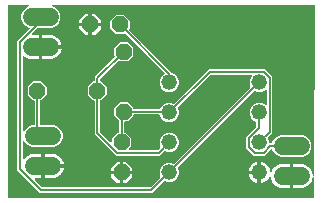
<source format=gbr>
G04 EAGLE Gerber RS-274X export*
G75*
%MOMM*%
%FSLAX34Y34*%
%LPD*%
%INBottom Copper*%
%IPPOS*%
%AMOC8*
5,1,8,0,0,1.08239X$1,22.5*%
G01*
%ADD10P,1.429621X8X202.500000*%
%ADD11P,1.429621X8X292.500000*%
%ADD12C,1.524000*%
%ADD13P,1.429621X8X112.500000*%
%ADD14C,1.320800*%
%ADD15C,0.152400*%

G36*
X269106Y10164D02*
X269106Y10164D01*
X269126Y10162D01*
X269227Y10184D01*
X269330Y10200D01*
X269347Y10210D01*
X269366Y10214D01*
X269456Y10267D01*
X269547Y10316D01*
X269561Y10330D01*
X269578Y10340D01*
X269645Y10419D01*
X269717Y10494D01*
X269725Y10512D01*
X269738Y10527D01*
X269776Y10623D01*
X269820Y10717D01*
X269822Y10736D01*
X269830Y10755D01*
X269848Y10921D01*
X269862Y27681D01*
X269860Y27696D01*
X269861Y27709D01*
X269852Y27752D01*
X269852Y27808D01*
X269832Y27865D01*
X269823Y27923D01*
X269793Y27980D01*
X269772Y28041D01*
X269736Y28088D01*
X269708Y28141D01*
X269661Y28185D01*
X269622Y28236D01*
X269573Y28269D01*
X269530Y28310D01*
X269471Y28338D01*
X269418Y28373D01*
X269361Y28389D01*
X269307Y28414D01*
X269243Y28421D01*
X269181Y28438D01*
X269121Y28435D01*
X269062Y28442D01*
X268999Y28428D01*
X268935Y28424D01*
X268880Y28402D01*
X268822Y28390D01*
X268767Y28357D01*
X268707Y28333D01*
X268662Y28294D01*
X268610Y28264D01*
X268569Y28215D01*
X268520Y28173D01*
X268489Y28122D01*
X268450Y28077D01*
X268426Y28017D01*
X268393Y27962D01*
X268374Y27893D01*
X268366Y27874D01*
X268365Y27865D01*
X268358Y27849D01*
X268356Y27824D01*
X268349Y27800D01*
X268131Y26421D01*
X267636Y24900D01*
X266910Y23475D01*
X265970Y22181D01*
X264839Y21050D01*
X263545Y20110D01*
X262120Y19384D01*
X260599Y18889D01*
X259020Y18639D01*
X252123Y18639D01*
X252123Y28038D01*
X252120Y28058D01*
X252122Y28077D01*
X252100Y28179D01*
X252083Y28281D01*
X252074Y28298D01*
X252070Y28318D01*
X252017Y28406D01*
X251968Y28498D01*
X251954Y28512D01*
X251944Y28529D01*
X251865Y28596D01*
X251790Y28667D01*
X251772Y28676D01*
X251757Y28689D01*
X251661Y28727D01*
X251567Y28771D01*
X251547Y28773D01*
X251529Y28781D01*
X251362Y28799D01*
X249838Y28799D01*
X249818Y28796D01*
X249799Y28798D01*
X249697Y28776D01*
X249595Y28759D01*
X249578Y28750D01*
X249558Y28746D01*
X249469Y28693D01*
X249378Y28644D01*
X249364Y28630D01*
X249347Y28620D01*
X249280Y28541D01*
X249209Y28466D01*
X249200Y28448D01*
X249187Y28433D01*
X249148Y28337D01*
X249105Y28243D01*
X249103Y28223D01*
X249095Y28205D01*
X249077Y28038D01*
X249077Y18639D01*
X242180Y18639D01*
X240601Y18889D01*
X239080Y19384D01*
X237655Y20110D01*
X236361Y21050D01*
X235230Y22181D01*
X234290Y23475D01*
X233564Y24900D01*
X233069Y26421D01*
X232844Y27843D01*
X232832Y27879D01*
X232829Y27917D01*
X232794Y27995D01*
X232767Y28076D01*
X232744Y28107D01*
X232729Y28142D01*
X232671Y28205D01*
X232619Y28273D01*
X232588Y28295D01*
X232562Y28323D01*
X232487Y28364D01*
X232417Y28413D01*
X232380Y28423D01*
X232347Y28441D01*
X232262Y28457D01*
X232180Y28480D01*
X232142Y28478D01*
X232105Y28485D01*
X232020Y28473D01*
X231934Y28469D01*
X231899Y28455D01*
X231861Y28449D01*
X231785Y28410D01*
X231705Y28379D01*
X231676Y28355D01*
X231642Y28338D01*
X231582Y28277D01*
X231516Y28222D01*
X231497Y28189D01*
X231470Y28162D01*
X231389Y28015D01*
X231204Y27568D01*
X230203Y26070D01*
X228930Y24797D01*
X227432Y23796D01*
X225767Y23107D01*
X224623Y22879D01*
X224623Y31138D01*
X224620Y31158D01*
X224622Y31177D01*
X224600Y31279D01*
X224583Y31381D01*
X224574Y31398D01*
X224570Y31418D01*
X224517Y31507D01*
X224468Y31598D01*
X224454Y31612D01*
X224444Y31629D01*
X224365Y31696D01*
X224290Y31767D01*
X224272Y31776D01*
X224257Y31789D01*
X224161Y31827D01*
X224067Y31871D01*
X224047Y31873D01*
X224029Y31881D01*
X223862Y31899D01*
X223099Y31899D01*
X223099Y31901D01*
X223862Y31901D01*
X223882Y31904D01*
X223901Y31902D01*
X224003Y31924D01*
X224105Y31941D01*
X224122Y31950D01*
X224142Y31954D01*
X224231Y32007D01*
X224322Y32056D01*
X224336Y32070D01*
X224353Y32080D01*
X224420Y32159D01*
X224491Y32234D01*
X224500Y32252D01*
X224513Y32267D01*
X224552Y32363D01*
X224595Y32457D01*
X224597Y32477D01*
X224605Y32495D01*
X224623Y32662D01*
X224623Y40921D01*
X225767Y40693D01*
X227432Y40004D01*
X228930Y39003D01*
X230203Y37730D01*
X231204Y36232D01*
X231893Y34567D01*
X232201Y33020D01*
X232242Y32911D01*
X232281Y32802D01*
X232285Y32796D01*
X232287Y32789D01*
X232360Y32700D01*
X232432Y32608D01*
X232438Y32604D01*
X232443Y32599D01*
X232541Y32537D01*
X232638Y32473D01*
X232645Y32471D01*
X232651Y32467D01*
X232763Y32440D01*
X232876Y32410D01*
X232883Y32411D01*
X232890Y32409D01*
X233005Y32419D01*
X233121Y32427D01*
X233128Y32430D01*
X233135Y32430D01*
X233241Y32477D01*
X233348Y32521D01*
X233354Y32526D01*
X233360Y32529D01*
X233447Y32607D01*
X233534Y32683D01*
X233539Y32690D01*
X233543Y32694D01*
X233553Y32711D01*
X233626Y32823D01*
X234290Y34125D01*
X235230Y35419D01*
X236361Y36550D01*
X237655Y37490D01*
X239080Y38216D01*
X240601Y38711D01*
X242180Y38961D01*
X249077Y38961D01*
X249077Y29562D01*
X249080Y29542D01*
X249078Y29523D01*
X249100Y29421D01*
X249117Y29319D01*
X249126Y29302D01*
X249130Y29282D01*
X249183Y29193D01*
X249232Y29102D01*
X249246Y29088D01*
X249256Y29071D01*
X249335Y29004D01*
X249410Y28933D01*
X249428Y28924D01*
X249443Y28911D01*
X249539Y28873D01*
X249633Y28829D01*
X249653Y28827D01*
X249671Y28819D01*
X249838Y28801D01*
X251362Y28801D01*
X251382Y28804D01*
X251401Y28802D01*
X251503Y28824D01*
X251605Y28841D01*
X251622Y28850D01*
X251642Y28854D01*
X251731Y28907D01*
X251822Y28956D01*
X251836Y28970D01*
X251853Y28980D01*
X251920Y29059D01*
X251991Y29134D01*
X252000Y29152D01*
X252013Y29167D01*
X252052Y29263D01*
X252095Y29357D01*
X252097Y29377D01*
X252105Y29395D01*
X252123Y29562D01*
X252123Y38961D01*
X259020Y38961D01*
X260599Y38711D01*
X262120Y38216D01*
X263545Y37490D01*
X264839Y36550D01*
X265970Y35419D01*
X266910Y34125D01*
X267636Y32700D01*
X268131Y31179D01*
X268351Y29788D01*
X268371Y29728D01*
X268381Y29665D01*
X268409Y29612D01*
X268428Y29554D01*
X268466Y29504D01*
X268496Y29447D01*
X268540Y29406D01*
X268576Y29358D01*
X268628Y29322D01*
X268674Y29278D01*
X268729Y29252D01*
X268778Y29218D01*
X268840Y29201D01*
X268897Y29174D01*
X268957Y29167D01*
X269015Y29151D01*
X269078Y29154D01*
X269142Y29147D01*
X269201Y29160D01*
X269261Y29162D01*
X269320Y29185D01*
X269382Y29199D01*
X269434Y29230D01*
X269490Y29252D01*
X269539Y29292D01*
X269593Y29325D01*
X269632Y29371D01*
X269679Y29409D01*
X269712Y29463D01*
X269753Y29512D01*
X269776Y29567D01*
X269807Y29619D01*
X269822Y29681D01*
X269845Y29740D01*
X269855Y29826D01*
X269863Y29859D01*
X269861Y29883D01*
X269864Y29906D01*
X269983Y173237D01*
X269979Y173257D01*
X269982Y173277D01*
X269960Y173378D01*
X269943Y173480D01*
X269934Y173497D01*
X269929Y173517D01*
X269876Y173606D01*
X269828Y173697D01*
X269814Y173711D01*
X269803Y173728D01*
X269725Y173795D01*
X269650Y173867D01*
X269632Y173875D01*
X269616Y173888D01*
X269520Y173927D01*
X269427Y173970D01*
X269407Y173973D01*
X269388Y173980D01*
X269221Y173999D01*
X48339Y173999D01*
X48243Y173983D01*
X48146Y173974D01*
X48122Y173963D01*
X48096Y173959D01*
X48010Y173913D01*
X47921Y173874D01*
X47902Y173856D01*
X47879Y173844D01*
X47811Y173773D01*
X47740Y173707D01*
X47727Y173684D01*
X47709Y173666D01*
X47668Y173577D01*
X47621Y173492D01*
X47617Y173466D01*
X47606Y173442D01*
X47595Y173346D01*
X47577Y173250D01*
X47581Y173224D01*
X47578Y173198D01*
X47599Y173103D01*
X47613Y173007D01*
X47625Y172983D01*
X47631Y172958D01*
X47681Y172874D01*
X47725Y172787D01*
X47743Y172769D01*
X47757Y172747D01*
X47831Y172683D01*
X47900Y172615D01*
X47929Y172599D01*
X47944Y172587D01*
X47974Y172574D01*
X48047Y172534D01*
X50900Y171353D01*
X53473Y168780D01*
X54865Y165419D01*
X54865Y161781D01*
X53473Y158420D01*
X50900Y155847D01*
X47539Y154455D01*
X36275Y154455D01*
X36185Y154441D01*
X36094Y154433D01*
X36064Y154421D01*
X36033Y154416D01*
X35952Y154373D01*
X35868Y154337D01*
X35836Y154311D01*
X35815Y154300D01*
X35793Y154277D01*
X35737Y154232D01*
X31165Y149660D01*
X31123Y149602D01*
X31074Y149550D01*
X31052Y149503D01*
X31021Y149461D01*
X31000Y149392D01*
X30970Y149327D01*
X30964Y149275D01*
X30949Y149225D01*
X30951Y149154D01*
X30943Y149083D01*
X30954Y149032D01*
X30955Y148980D01*
X30980Y148912D01*
X30995Y148842D01*
X31022Y148797D01*
X31040Y148749D01*
X31085Y148693D01*
X31121Y148631D01*
X31161Y148597D01*
X31194Y148557D01*
X31254Y148518D01*
X31308Y148471D01*
X31357Y148452D01*
X31400Y148424D01*
X31470Y148406D01*
X31536Y148379D01*
X31608Y148371D01*
X31639Y148363D01*
X31662Y148365D01*
X31703Y148361D01*
X36577Y148361D01*
X36577Y138962D01*
X36580Y138942D01*
X36578Y138923D01*
X36600Y138821D01*
X36617Y138719D01*
X36626Y138702D01*
X36630Y138682D01*
X36683Y138593D01*
X36732Y138502D01*
X36746Y138488D01*
X36756Y138471D01*
X36835Y138404D01*
X36910Y138333D01*
X36928Y138324D01*
X36943Y138311D01*
X37039Y138273D01*
X37133Y138229D01*
X37153Y138227D01*
X37171Y138219D01*
X37338Y138201D01*
X38101Y138201D01*
X38101Y138199D01*
X37338Y138199D01*
X37318Y138196D01*
X37299Y138198D01*
X37197Y138176D01*
X37095Y138159D01*
X37078Y138150D01*
X37058Y138146D01*
X36969Y138093D01*
X36878Y138044D01*
X36864Y138030D01*
X36847Y138020D01*
X36780Y137941D01*
X36709Y137866D01*
X36700Y137848D01*
X36687Y137833D01*
X36648Y137737D01*
X36605Y137643D01*
X36603Y137623D01*
X36595Y137605D01*
X36577Y137438D01*
X36577Y128039D01*
X29680Y128039D01*
X28101Y128289D01*
X26580Y128784D01*
X25155Y129510D01*
X24069Y130298D01*
X24059Y130304D01*
X24050Y130312D01*
X24034Y130319D01*
X24024Y130328D01*
X23959Y130354D01*
X23950Y130359D01*
X23850Y130409D01*
X23838Y130410D01*
X23827Y130415D01*
X23799Y130419D01*
X23796Y130420D01*
X23689Y130432D01*
X23606Y130443D01*
X23594Y130441D01*
X23583Y130443D01*
X23474Y130419D01*
X23364Y130399D01*
X23354Y130393D01*
X23342Y130390D01*
X23247Y130333D01*
X23149Y130279D01*
X23141Y130270D01*
X23131Y130264D01*
X23059Y130180D01*
X22984Y130097D01*
X22979Y130086D01*
X22971Y130077D01*
X22929Y129973D01*
X22894Y129892D01*
X22889Y129882D01*
X22889Y129881D01*
X22885Y129872D01*
X22884Y129860D01*
X22879Y129849D01*
X22861Y129682D01*
X22861Y67442D01*
X22876Y67346D01*
X22886Y67249D01*
X22896Y67225D01*
X22900Y67199D01*
X22946Y67113D01*
X22986Y67024D01*
X23003Y67005D01*
X23016Y66982D01*
X23086Y66915D01*
X23152Y66843D01*
X23175Y66830D01*
X23194Y66812D01*
X23282Y66771D01*
X23368Y66724D01*
X23393Y66720D01*
X23417Y66709D01*
X23514Y66698D01*
X23610Y66681D01*
X23636Y66684D01*
X23661Y66682D01*
X23757Y66702D01*
X23853Y66716D01*
X23876Y66728D01*
X23902Y66734D01*
X23985Y66784D01*
X24072Y66828D01*
X24091Y66847D01*
X24113Y66860D01*
X24176Y66934D01*
X24244Y67004D01*
X24260Y67032D01*
X24273Y67047D01*
X24285Y67078D01*
X24325Y67151D01*
X24627Y67880D01*
X27200Y70453D01*
X30561Y71845D01*
X32252Y71845D01*
X32272Y71848D01*
X32291Y71846D01*
X32393Y71868D01*
X32495Y71884D01*
X32512Y71894D01*
X32532Y71898D01*
X32621Y71951D01*
X32712Y72000D01*
X32726Y72014D01*
X32743Y72024D01*
X32810Y72103D01*
X32882Y72178D01*
X32890Y72196D01*
X32903Y72211D01*
X32942Y72307D01*
X32985Y72401D01*
X32987Y72421D01*
X32995Y72439D01*
X33013Y72606D01*
X33013Y92310D01*
X33010Y92330D01*
X33012Y92349D01*
X32990Y92451D01*
X32974Y92553D01*
X32964Y92570D01*
X32960Y92590D01*
X32907Y92679D01*
X32858Y92770D01*
X32844Y92784D01*
X32834Y92801D01*
X32755Y92868D01*
X32680Y92940D01*
X32662Y92948D01*
X32647Y92961D01*
X32551Y93000D01*
X32457Y93043D01*
X32437Y93045D01*
X32419Y93053D01*
X32252Y93071D01*
X31933Y93071D01*
X27171Y97833D01*
X27171Y104567D01*
X31933Y109329D01*
X38667Y109329D01*
X43429Y104567D01*
X43429Y97833D01*
X38667Y93071D01*
X38348Y93071D01*
X38328Y93068D01*
X38309Y93070D01*
X38207Y93048D01*
X38105Y93032D01*
X38088Y93022D01*
X38068Y93018D01*
X37979Y92965D01*
X37888Y92916D01*
X37874Y92902D01*
X37857Y92892D01*
X37790Y92813D01*
X37718Y92738D01*
X37710Y92720D01*
X37697Y92705D01*
X37658Y92609D01*
X37615Y92515D01*
X37613Y92495D01*
X37605Y92477D01*
X37587Y92310D01*
X37587Y72606D01*
X37590Y72586D01*
X37588Y72567D01*
X37610Y72465D01*
X37626Y72363D01*
X37636Y72346D01*
X37640Y72326D01*
X37693Y72237D01*
X37742Y72146D01*
X37756Y72132D01*
X37766Y72115D01*
X37845Y72048D01*
X37920Y71976D01*
X37938Y71968D01*
X37953Y71955D01*
X38049Y71916D01*
X38143Y71873D01*
X38163Y71871D01*
X38181Y71863D01*
X38348Y71845D01*
X49439Y71845D01*
X52800Y70453D01*
X55373Y67880D01*
X56765Y64519D01*
X56765Y60881D01*
X55373Y57520D01*
X52800Y54947D01*
X49439Y53555D01*
X30561Y53555D01*
X27200Y54947D01*
X24627Y57520D01*
X24325Y58249D01*
X24274Y58332D01*
X24228Y58418D01*
X24209Y58436D01*
X24196Y58459D01*
X24121Y58521D01*
X24050Y58588D01*
X24026Y58599D01*
X24006Y58615D01*
X23915Y58650D01*
X23827Y58691D01*
X23801Y58694D01*
X23777Y58704D01*
X23679Y58708D01*
X23583Y58718D01*
X23557Y58713D01*
X23531Y58714D01*
X23437Y58687D01*
X23342Y58666D01*
X23320Y58653D01*
X23295Y58645D01*
X23215Y58590D01*
X23131Y58540D01*
X23114Y58520D01*
X23093Y58505D01*
X23034Y58427D01*
X22971Y58353D01*
X22961Y58329D01*
X22946Y58308D01*
X22916Y58215D01*
X22879Y58125D01*
X22876Y58092D01*
X22870Y58074D01*
X22870Y58041D01*
X22861Y57958D01*
X22861Y43827D01*
X22862Y43819D01*
X22861Y43811D01*
X22882Y43698D01*
X22900Y43584D01*
X22904Y43577D01*
X22906Y43570D01*
X22962Y43469D01*
X23016Y43367D01*
X23021Y43362D01*
X23025Y43355D01*
X23110Y43277D01*
X23194Y43198D01*
X23201Y43194D01*
X23207Y43189D01*
X23313Y43143D01*
X23417Y43094D01*
X23425Y43093D01*
X23432Y43090D01*
X23547Y43080D01*
X23661Y43067D01*
X23669Y43069D01*
X23677Y43068D01*
X23790Y43095D01*
X23902Y43119D01*
X23909Y43123D01*
X23916Y43125D01*
X24015Y43187D01*
X24113Y43245D01*
X24118Y43251D01*
X24125Y43256D01*
X24238Y43380D01*
X24630Y43919D01*
X25761Y45050D01*
X27055Y45990D01*
X28480Y46716D01*
X30001Y47211D01*
X31580Y47461D01*
X38477Y47461D01*
X38477Y38062D01*
X38480Y38042D01*
X38478Y38023D01*
X38500Y37921D01*
X38517Y37819D01*
X38526Y37802D01*
X38530Y37782D01*
X38583Y37693D01*
X38632Y37602D01*
X38646Y37588D01*
X38656Y37571D01*
X38735Y37504D01*
X38810Y37433D01*
X38828Y37424D01*
X38843Y37411D01*
X38939Y37373D01*
X39033Y37329D01*
X39053Y37327D01*
X39071Y37319D01*
X39238Y37301D01*
X40001Y37301D01*
X40001Y37299D01*
X39238Y37299D01*
X39218Y37296D01*
X39199Y37298D01*
X39097Y37276D01*
X38995Y37259D01*
X38978Y37250D01*
X38958Y37246D01*
X38869Y37193D01*
X38778Y37144D01*
X38764Y37130D01*
X38747Y37120D01*
X38680Y37041D01*
X38609Y36966D01*
X38600Y36948D01*
X38587Y36933D01*
X38548Y36836D01*
X38505Y36743D01*
X38503Y36723D01*
X38495Y36705D01*
X38477Y36538D01*
X38477Y27139D01*
X33603Y27139D01*
X33532Y27128D01*
X33461Y27126D01*
X33412Y27108D01*
X33360Y27100D01*
X33297Y27066D01*
X33230Y27041D01*
X33189Y27009D01*
X33143Y26984D01*
X33094Y26932D01*
X33038Y26888D01*
X33010Y26844D01*
X32974Y26806D01*
X32944Y26741D01*
X32905Y26681D01*
X32892Y26630D01*
X32870Y26583D01*
X32862Y26512D01*
X32845Y26442D01*
X32849Y26390D01*
X32843Y26339D01*
X32858Y26268D01*
X32864Y26197D01*
X32884Y26149D01*
X32895Y26098D01*
X32932Y26037D01*
X32960Y25971D01*
X33005Y25915D01*
X33021Y25887D01*
X33039Y25872D01*
X33065Y25840D01*
X39485Y19420D01*
X39559Y19367D01*
X39628Y19307D01*
X39659Y19295D01*
X39685Y19276D01*
X39772Y19249D01*
X39857Y19215D01*
X39897Y19211D01*
X39920Y19204D01*
X39952Y19205D01*
X40023Y19197D01*
X130647Y19197D01*
X130738Y19211D01*
X130828Y19219D01*
X130858Y19231D01*
X130890Y19236D01*
X130971Y19279D01*
X131055Y19315D01*
X131087Y19341D01*
X131108Y19352D01*
X131130Y19375D01*
X131186Y19420D01*
X139372Y27606D01*
X139439Y27700D01*
X139510Y27794D01*
X139512Y27800D01*
X139515Y27805D01*
X139549Y27916D01*
X139586Y28028D01*
X139586Y28034D01*
X139588Y28040D01*
X139585Y28157D01*
X139583Y28274D01*
X139581Y28281D01*
X139581Y28286D01*
X139575Y28304D01*
X139537Y28435D01*
X138771Y30283D01*
X138771Y33517D01*
X140009Y36505D01*
X142295Y38791D01*
X145283Y40029D01*
X148517Y40029D01*
X150365Y39263D01*
X150478Y39237D01*
X150592Y39208D01*
X150598Y39209D01*
X150604Y39207D01*
X150721Y39218D01*
X150837Y39227D01*
X150843Y39230D01*
X150849Y39230D01*
X150957Y39278D01*
X151063Y39324D01*
X151069Y39328D01*
X151074Y39330D01*
X151088Y39343D01*
X151194Y39428D01*
X215572Y103806D01*
X215639Y103900D01*
X215710Y103994D01*
X215712Y104000D01*
X215715Y104005D01*
X215749Y104116D01*
X215786Y104228D01*
X215786Y104234D01*
X215788Y104240D01*
X215785Y104357D01*
X215783Y104474D01*
X215781Y104481D01*
X215781Y104486D01*
X215775Y104504D01*
X215737Y104635D01*
X214971Y106483D01*
X214971Y109717D01*
X216209Y112705D01*
X216908Y113404D01*
X216950Y113462D01*
X216999Y113514D01*
X217021Y113561D01*
X217052Y113603D01*
X217073Y113672D01*
X217103Y113737D01*
X217109Y113789D01*
X217124Y113839D01*
X217122Y113910D01*
X217130Y113981D01*
X217119Y114032D01*
X217118Y114084D01*
X217093Y114152D01*
X217078Y114222D01*
X217051Y114267D01*
X217033Y114315D01*
X216988Y114371D01*
X216951Y114433D01*
X216912Y114467D01*
X216879Y114507D01*
X216819Y114546D01*
X216765Y114593D01*
X216716Y114612D01*
X216672Y114640D01*
X216603Y114658D01*
X216536Y114685D01*
X216465Y114693D01*
X216434Y114701D01*
X216411Y114699D01*
X216370Y114703D01*
X182453Y114703D01*
X182362Y114689D01*
X182272Y114681D01*
X182242Y114669D01*
X182210Y114664D01*
X182129Y114621D01*
X182045Y114585D01*
X182013Y114559D01*
X181992Y114548D01*
X181970Y114525D01*
X181914Y114480D01*
X154428Y86994D01*
X154361Y86900D01*
X154290Y86806D01*
X154288Y86800D01*
X154285Y86795D01*
X154251Y86684D01*
X154214Y86572D01*
X154214Y86566D01*
X154212Y86560D01*
X154215Y86443D01*
X154217Y86326D01*
X154219Y86319D01*
X154219Y86314D01*
X154225Y86296D01*
X154263Y86165D01*
X155029Y84317D01*
X155029Y81083D01*
X153791Y78095D01*
X151505Y75809D01*
X148517Y74571D01*
X145283Y74571D01*
X142295Y75809D01*
X140009Y78095D01*
X138953Y80643D01*
X138892Y80743D01*
X138832Y80843D01*
X138827Y80847D01*
X138824Y80852D01*
X138733Y80927D01*
X138645Y81003D01*
X138639Y81005D01*
X138634Y81009D01*
X138526Y81051D01*
X138417Y81095D01*
X138409Y81096D01*
X138405Y81097D01*
X138386Y81098D01*
X138250Y81113D01*
X117290Y81113D01*
X117270Y81110D01*
X117251Y81112D01*
X117149Y81090D01*
X117047Y81074D01*
X117030Y81064D01*
X117010Y81060D01*
X116921Y81007D01*
X116830Y80958D01*
X116816Y80944D01*
X116799Y80934D01*
X116732Y80855D01*
X116660Y80780D01*
X116652Y80762D01*
X116639Y80747D01*
X116600Y80651D01*
X116557Y80557D01*
X116555Y80537D01*
X116547Y80519D01*
X116529Y80352D01*
X116529Y80033D01*
X111767Y75271D01*
X109648Y75271D01*
X109628Y75268D01*
X109609Y75270D01*
X109507Y75248D01*
X109405Y75232D01*
X109388Y75222D01*
X109368Y75218D01*
X109279Y75165D01*
X109188Y75116D01*
X109174Y75102D01*
X109157Y75092D01*
X109090Y75013D01*
X109018Y74938D01*
X109010Y74920D01*
X108997Y74905D01*
X108958Y74809D01*
X108915Y74715D01*
X108913Y74695D01*
X108905Y74677D01*
X108887Y74510D01*
X108887Y66290D01*
X108890Y66270D01*
X108888Y66251D01*
X108910Y66149D01*
X108926Y66047D01*
X108936Y66030D01*
X108940Y66010D01*
X108993Y65921D01*
X109042Y65830D01*
X109056Y65816D01*
X109066Y65799D01*
X109145Y65732D01*
X109220Y65660D01*
X109238Y65652D01*
X109253Y65639D01*
X109349Y65600D01*
X109443Y65557D01*
X109463Y65555D01*
X109481Y65547D01*
X109648Y65529D01*
X109967Y65529D01*
X114729Y60767D01*
X114729Y54033D01*
X112792Y52096D01*
X112750Y52038D01*
X112701Y51986D01*
X112679Y51939D01*
X112648Y51897D01*
X112627Y51828D01*
X112597Y51763D01*
X112591Y51711D01*
X112576Y51661D01*
X112578Y51590D01*
X112570Y51519D01*
X112581Y51468D01*
X112582Y51416D01*
X112607Y51348D01*
X112622Y51278D01*
X112649Y51233D01*
X112667Y51185D01*
X112712Y51129D01*
X112749Y51067D01*
X112788Y51033D01*
X112821Y50993D01*
X112881Y50954D01*
X112935Y50907D01*
X112984Y50888D01*
X113028Y50860D01*
X113097Y50842D01*
X113164Y50815D01*
X113235Y50807D01*
X113266Y50799D01*
X113289Y50801D01*
X113330Y50797D01*
X136847Y50797D01*
X136938Y50811D01*
X137028Y50819D01*
X137058Y50831D01*
X137090Y50836D01*
X137171Y50879D01*
X137255Y50915D01*
X137287Y50941D01*
X137308Y50952D01*
X137330Y50975D01*
X137386Y51020D01*
X139372Y53006D01*
X139439Y53100D01*
X139449Y53113D01*
X139460Y53124D01*
X139463Y53132D01*
X139510Y53194D01*
X139512Y53200D01*
X139515Y53205D01*
X139549Y53316D01*
X139550Y53320D01*
X139563Y53347D01*
X139565Y53365D01*
X139586Y53428D01*
X139586Y53434D01*
X139588Y53440D01*
X139585Y53543D01*
X139590Y53591D01*
X139584Y53620D01*
X139583Y53674D01*
X139581Y53681D01*
X139581Y53686D01*
X139575Y53704D01*
X139539Y53828D01*
X139538Y53832D01*
X139537Y53833D01*
X139537Y53835D01*
X138771Y55683D01*
X138771Y58917D01*
X140009Y61905D01*
X142295Y64191D01*
X145283Y65429D01*
X148517Y65429D01*
X151505Y64191D01*
X153791Y61905D01*
X155029Y58917D01*
X155029Y55683D01*
X153791Y52695D01*
X151505Y50409D01*
X148517Y49171D01*
X145283Y49171D01*
X143435Y49937D01*
X143322Y49963D01*
X143208Y49992D01*
X143202Y49991D01*
X143196Y49993D01*
X143079Y49982D01*
X142963Y49973D01*
X142957Y49970D01*
X142951Y49970D01*
X142843Y49922D01*
X142737Y49876D01*
X142731Y49872D01*
X142726Y49870D01*
X142712Y49857D01*
X142606Y49772D01*
X139057Y46223D01*
X101970Y46223D01*
X83813Y64380D01*
X83813Y92310D01*
X83810Y92330D01*
X83812Y92349D01*
X83790Y92451D01*
X83774Y92553D01*
X83764Y92570D01*
X83760Y92590D01*
X83707Y92679D01*
X83658Y92770D01*
X83644Y92784D01*
X83634Y92801D01*
X83555Y92868D01*
X83480Y92940D01*
X83462Y92948D01*
X83447Y92961D01*
X83351Y93000D01*
X83257Y93043D01*
X83237Y93045D01*
X83219Y93053D01*
X83052Y93071D01*
X82733Y93071D01*
X77971Y97833D01*
X77971Y104567D01*
X82733Y109329D01*
X83052Y109329D01*
X83072Y109332D01*
X83091Y109330D01*
X83193Y109352D01*
X83295Y109368D01*
X83312Y109378D01*
X83332Y109382D01*
X83421Y109435D01*
X83512Y109484D01*
X83526Y109498D01*
X83543Y109508D01*
X83610Y109587D01*
X83682Y109662D01*
X83690Y109680D01*
X83703Y109695D01*
X83742Y109791D01*
X83785Y109885D01*
X83787Y109905D01*
X83795Y109923D01*
X83813Y110090D01*
X83813Y112847D01*
X100497Y129531D01*
X100509Y129547D01*
X100524Y129559D01*
X100580Y129647D01*
X100640Y129731D01*
X100646Y129750D01*
X100657Y129766D01*
X100682Y129867D01*
X100713Y129966D01*
X100712Y129986D01*
X100717Y130005D01*
X100709Y130108D01*
X100706Y130211D01*
X100700Y130230D01*
X100698Y130250D01*
X100658Y130345D01*
X100622Y130443D01*
X100609Y130458D01*
X100602Y130476D01*
X100497Y130607D01*
X100271Y130833D01*
X100271Y137567D01*
X105033Y142329D01*
X111767Y142329D01*
X116529Y137567D01*
X116529Y130833D01*
X111767Y126071D01*
X105033Y126071D01*
X104807Y126297D01*
X104791Y126309D01*
X104779Y126324D01*
X104692Y126380D01*
X104608Y126440D01*
X104589Y126446D01*
X104572Y126457D01*
X104471Y126482D01*
X104373Y126513D01*
X104353Y126512D01*
X104333Y126517D01*
X104230Y126509D01*
X104127Y126506D01*
X104108Y126500D01*
X104088Y126498D01*
X103993Y126458D01*
X103896Y126422D01*
X103880Y126409D01*
X103862Y126402D01*
X103731Y126297D01*
X88610Y111176D01*
X88567Y111116D01*
X88527Y111074D01*
X88520Y111059D01*
X88497Y111032D01*
X88485Y111002D01*
X88466Y110976D01*
X88439Y110889D01*
X88430Y110865D01*
X88423Y110851D01*
X88423Y110848D01*
X88405Y110804D01*
X88401Y110763D01*
X88394Y110741D01*
X88395Y110709D01*
X88387Y110637D01*
X88387Y110090D01*
X88390Y110070D01*
X88388Y110051D01*
X88410Y109949D01*
X88426Y109847D01*
X88436Y109830D01*
X88440Y109810D01*
X88493Y109721D01*
X88542Y109630D01*
X88556Y109616D01*
X88566Y109599D01*
X88645Y109532D01*
X88720Y109460D01*
X88738Y109452D01*
X88753Y109439D01*
X88849Y109400D01*
X88943Y109357D01*
X88963Y109355D01*
X88981Y109347D01*
X89148Y109329D01*
X89467Y109329D01*
X94229Y104567D01*
X94229Y97833D01*
X89467Y93071D01*
X89148Y93071D01*
X89128Y93068D01*
X89109Y93070D01*
X89007Y93048D01*
X88905Y93032D01*
X88888Y93022D01*
X88868Y93018D01*
X88779Y92965D01*
X88688Y92916D01*
X88674Y92902D01*
X88657Y92892D01*
X88590Y92813D01*
X88518Y92738D01*
X88510Y92720D01*
X88497Y92705D01*
X88458Y92609D01*
X88415Y92515D01*
X88413Y92495D01*
X88405Y92477D01*
X88387Y92310D01*
X88387Y66590D01*
X88401Y66500D01*
X88409Y66409D01*
X88421Y66379D01*
X88426Y66347D01*
X88469Y66267D01*
X88505Y66183D01*
X88531Y66151D01*
X88542Y66130D01*
X88565Y66108D01*
X88610Y66052D01*
X97172Y57490D01*
X97230Y57448D01*
X97282Y57399D01*
X97329Y57377D01*
X97371Y57346D01*
X97440Y57325D01*
X97505Y57295D01*
X97557Y57289D01*
X97607Y57274D01*
X97678Y57276D01*
X97749Y57268D01*
X97800Y57279D01*
X97852Y57280D01*
X97920Y57305D01*
X97990Y57320D01*
X98035Y57347D01*
X98083Y57365D01*
X98139Y57410D01*
X98201Y57446D01*
X98235Y57486D01*
X98275Y57518D01*
X98314Y57579D01*
X98361Y57633D01*
X98380Y57682D01*
X98408Y57725D01*
X98426Y57795D01*
X98453Y57861D01*
X98461Y57933D01*
X98469Y57964D01*
X98467Y57987D01*
X98471Y58028D01*
X98471Y60767D01*
X103233Y65529D01*
X103552Y65529D01*
X103572Y65532D01*
X103591Y65530D01*
X103693Y65552D01*
X103795Y65568D01*
X103812Y65578D01*
X103832Y65582D01*
X103921Y65635D01*
X104012Y65684D01*
X104026Y65698D01*
X104043Y65708D01*
X104110Y65787D01*
X104182Y65862D01*
X104190Y65880D01*
X104203Y65895D01*
X104242Y65991D01*
X104285Y66085D01*
X104287Y66105D01*
X104295Y66123D01*
X104313Y66290D01*
X104313Y75676D01*
X104299Y75766D01*
X104291Y75857D01*
X104279Y75886D01*
X104274Y75918D01*
X104231Y75999D01*
X104195Y76083D01*
X104169Y76115D01*
X104158Y76136D01*
X104135Y76158D01*
X104090Y76214D01*
X100271Y80033D01*
X100271Y86767D01*
X105033Y91529D01*
X111767Y91529D01*
X116529Y86767D01*
X116529Y86448D01*
X116532Y86428D01*
X116530Y86409D01*
X116552Y86307D01*
X116568Y86205D01*
X116578Y86188D01*
X116582Y86168D01*
X116635Y86079D01*
X116684Y85988D01*
X116698Y85974D01*
X116708Y85957D01*
X116787Y85890D01*
X116862Y85818D01*
X116880Y85810D01*
X116895Y85797D01*
X116991Y85758D01*
X117085Y85715D01*
X117105Y85713D01*
X117123Y85705D01*
X117290Y85687D01*
X138830Y85687D01*
X138945Y85706D01*
X139061Y85723D01*
X139067Y85725D01*
X139073Y85726D01*
X139175Y85781D01*
X139280Y85834D01*
X139285Y85839D01*
X139290Y85842D01*
X139370Y85926D01*
X139452Y86010D01*
X139456Y86016D01*
X139460Y86020D01*
X139467Y86037D01*
X139533Y86157D01*
X140009Y87305D01*
X142295Y89591D01*
X145283Y90829D01*
X148517Y90829D01*
X150365Y90063D01*
X150478Y90037D01*
X150592Y90008D01*
X150598Y90009D01*
X150604Y90007D01*
X150721Y90018D01*
X150837Y90027D01*
X150843Y90030D01*
X150849Y90030D01*
X150957Y90078D01*
X151063Y90124D01*
X151069Y90128D01*
X151074Y90130D01*
X151088Y90143D01*
X151194Y90228D01*
X180243Y119277D01*
X227730Y119277D01*
X234277Y112730D01*
X234277Y65243D01*
X230628Y61594D01*
X230561Y61500D01*
X230490Y61406D01*
X230488Y61400D01*
X230485Y61395D01*
X230451Y61284D01*
X230414Y61172D01*
X230414Y61166D01*
X230412Y61160D01*
X230415Y61043D01*
X230417Y60926D01*
X230419Y60919D01*
X230419Y60914D01*
X230425Y60896D01*
X230463Y60765D01*
X231229Y58917D01*
X231229Y57248D01*
X231232Y57228D01*
X231230Y57209D01*
X231252Y57107D01*
X231268Y57005D01*
X231278Y56988D01*
X231282Y56968D01*
X231335Y56879D01*
X231384Y56788D01*
X231398Y56774D01*
X231408Y56757D01*
X231487Y56690D01*
X231562Y56618D01*
X231580Y56610D01*
X231595Y56597D01*
X231691Y56558D01*
X231785Y56515D01*
X231805Y56513D01*
X231823Y56505D01*
X231990Y56487D01*
X233520Y56487D01*
X233635Y56506D01*
X233751Y56523D01*
X233757Y56525D01*
X233763Y56526D01*
X233866Y56581D01*
X233971Y56634D01*
X233975Y56639D01*
X233980Y56642D01*
X234060Y56726D01*
X234143Y56810D01*
X234146Y56816D01*
X234150Y56820D01*
X234158Y56837D01*
X234224Y56957D01*
X235227Y59380D01*
X237800Y61953D01*
X241161Y63345D01*
X260039Y63345D01*
X263400Y61953D01*
X265973Y59380D01*
X267365Y56019D01*
X267365Y52381D01*
X265973Y49020D01*
X263400Y46447D01*
X260039Y45055D01*
X241161Y45055D01*
X237800Y46447D01*
X235227Y49020D01*
X234316Y51221D01*
X234292Y51260D01*
X234276Y51303D01*
X234227Y51364D01*
X234186Y51430D01*
X234151Y51459D01*
X234122Y51495D01*
X234057Y51537D01*
X233997Y51587D01*
X233954Y51603D01*
X233915Y51628D01*
X233840Y51647D01*
X233767Y51675D01*
X233721Y51677D01*
X233677Y51688D01*
X233599Y51682D01*
X233521Y51685D01*
X233477Y51673D01*
X233431Y51669D01*
X233360Y51639D01*
X233285Y51617D01*
X233247Y51591D01*
X233205Y51573D01*
X233099Y51487D01*
X233083Y51477D01*
X233080Y51473D01*
X233074Y51468D01*
X227730Y46123D01*
X218470Y46123D01*
X216908Y47686D01*
X213486Y51108D01*
X211923Y52670D01*
X211923Y61930D01*
X213486Y63492D01*
X220590Y70597D01*
X220643Y70671D01*
X220703Y70740D01*
X220715Y70770D01*
X220734Y70796D01*
X220761Y70883D01*
X220795Y70968D01*
X220799Y71009D01*
X220806Y71031D01*
X220805Y71064D01*
X220813Y71135D01*
X220813Y74340D01*
X220794Y74455D01*
X220777Y74571D01*
X220775Y74577D01*
X220774Y74583D01*
X220719Y74685D01*
X220666Y74790D01*
X220661Y74795D01*
X220658Y74800D01*
X220574Y74880D01*
X220490Y74963D01*
X220484Y74966D01*
X220480Y74970D01*
X220463Y74977D01*
X220343Y75043D01*
X218495Y75809D01*
X216209Y78095D01*
X214971Y81083D01*
X214971Y84317D01*
X216209Y87305D01*
X218495Y89591D01*
X221483Y90829D01*
X224717Y90829D01*
X227705Y89591D01*
X228404Y88892D01*
X228462Y88850D01*
X228514Y88801D01*
X228561Y88779D01*
X228603Y88748D01*
X228672Y88727D01*
X228737Y88697D01*
X228789Y88691D01*
X228839Y88676D01*
X228910Y88678D01*
X228981Y88670D01*
X229032Y88681D01*
X229084Y88682D01*
X229152Y88707D01*
X229222Y88722D01*
X229267Y88749D01*
X229315Y88767D01*
X229371Y88812D01*
X229433Y88849D01*
X229467Y88888D01*
X229507Y88921D01*
X229546Y88981D01*
X229593Y89035D01*
X229612Y89084D01*
X229640Y89128D01*
X229658Y89197D01*
X229685Y89264D01*
X229693Y89335D01*
X229701Y89366D01*
X229699Y89389D01*
X229703Y89430D01*
X229703Y101370D01*
X229692Y101440D01*
X229690Y101512D01*
X229672Y101561D01*
X229664Y101612D01*
X229630Y101676D01*
X229605Y101743D01*
X229573Y101784D01*
X229548Y101830D01*
X229496Y101879D01*
X229452Y101935D01*
X229408Y101963D01*
X229370Y101999D01*
X229305Y102029D01*
X229245Y102068D01*
X229194Y102081D01*
X229147Y102103D01*
X229076Y102111D01*
X229006Y102128D01*
X228954Y102124D01*
X228903Y102130D01*
X228832Y102115D01*
X228761Y102109D01*
X228713Y102089D01*
X228662Y102078D01*
X228601Y102041D01*
X228535Y102013D01*
X228479Y101968D01*
X228451Y101951D01*
X228436Y101934D01*
X228404Y101908D01*
X227705Y101209D01*
X224717Y99971D01*
X221483Y99971D01*
X219635Y100737D01*
X219522Y100763D01*
X219408Y100792D01*
X219402Y100791D01*
X219396Y100793D01*
X219279Y100782D01*
X219163Y100773D01*
X219157Y100770D01*
X219151Y100770D01*
X219043Y100722D01*
X218937Y100676D01*
X218931Y100672D01*
X218926Y100670D01*
X218912Y100657D01*
X218806Y100572D01*
X154428Y36194D01*
X154361Y36100D01*
X154290Y36006D01*
X154288Y36000D01*
X154285Y35995D01*
X154251Y35884D01*
X154214Y35772D01*
X154214Y35766D01*
X154212Y35760D01*
X154215Y35643D01*
X154217Y35526D01*
X154219Y35519D01*
X154219Y35514D01*
X154225Y35496D01*
X154263Y35365D01*
X155029Y33517D01*
X155029Y30283D01*
X153791Y27295D01*
X151505Y25009D01*
X148517Y23771D01*
X145283Y23771D01*
X143435Y24537D01*
X143322Y24563D01*
X143208Y24592D01*
X143202Y24591D01*
X143196Y24593D01*
X143079Y24582D01*
X142963Y24573D01*
X142957Y24570D01*
X142951Y24570D01*
X142843Y24522D01*
X142737Y24476D01*
X142731Y24472D01*
X142726Y24470D01*
X142712Y24457D01*
X142606Y24372D01*
X132857Y14623D01*
X37814Y14623D01*
X18287Y34150D01*
X18287Y143250D01*
X28443Y153406D01*
X28470Y153444D01*
X28504Y153475D01*
X28541Y153543D01*
X28587Y153606D01*
X28600Y153650D01*
X28622Y153690D01*
X28636Y153767D01*
X28659Y153841D01*
X28658Y153887D01*
X28666Y153932D01*
X28655Y154009D01*
X28653Y154087D01*
X28637Y154130D01*
X28630Y154175D01*
X28595Y154245D01*
X28568Y154318D01*
X28539Y154354D01*
X28519Y154395D01*
X28463Y154449D01*
X28414Y154510D01*
X28376Y154535D01*
X28343Y154567D01*
X28223Y154633D01*
X28208Y154643D01*
X28203Y154644D01*
X28196Y154648D01*
X25300Y155847D01*
X22727Y158420D01*
X21335Y161781D01*
X21335Y165419D01*
X22727Y168780D01*
X25300Y171353D01*
X28153Y172534D01*
X28236Y172586D01*
X28321Y172631D01*
X28339Y172650D01*
X28362Y172664D01*
X28424Y172739D01*
X28491Y172809D01*
X28502Y172833D01*
X28519Y172853D01*
X28553Y172944D01*
X28594Y173032D01*
X28597Y173058D01*
X28607Y173083D01*
X28611Y173180D01*
X28622Y173277D01*
X28616Y173302D01*
X28617Y173329D01*
X28590Y173422D01*
X28569Y173517D01*
X28556Y173540D01*
X28549Y173565D01*
X28493Y173645D01*
X28443Y173728D01*
X28423Y173745D01*
X28408Y173767D01*
X28330Y173825D01*
X28256Y173888D01*
X28232Y173898D01*
X28211Y173914D01*
X28118Y173944D01*
X28028Y173980D01*
X27996Y173984D01*
X27977Y173990D01*
X27944Y173990D01*
X27861Y173999D01*
X11065Y173999D01*
X11046Y173996D01*
X11026Y173998D01*
X10925Y173976D01*
X10823Y173959D01*
X10805Y173950D01*
X10786Y173946D01*
X10697Y173892D01*
X10605Y173844D01*
X10592Y173830D01*
X10575Y173820D01*
X10507Y173741D01*
X10436Y173666D01*
X10428Y173648D01*
X10415Y173633D01*
X10376Y173537D01*
X10332Y173442D01*
X10330Y173423D01*
X10323Y173405D01*
X10304Y173238D01*
X10170Y10923D01*
X10173Y10903D01*
X10171Y10883D01*
X10193Y10782D01*
X10209Y10680D01*
X10219Y10662D01*
X10223Y10642D01*
X10276Y10554D01*
X10324Y10462D01*
X10339Y10448D01*
X10349Y10431D01*
X10428Y10364D01*
X10502Y10293D01*
X10521Y10284D01*
X10536Y10271D01*
X10632Y10233D01*
X10725Y10189D01*
X10745Y10187D01*
X10764Y10179D01*
X10931Y10161D01*
X269087Y10161D01*
X269106Y10164D01*
G37*
%LPC*%
G36*
X145283Y99971D02*
X145283Y99971D01*
X142295Y101209D01*
X140009Y103495D01*
X138771Y106483D01*
X138771Y109717D01*
X140009Y112705D01*
X142295Y114991D01*
X142643Y115135D01*
X142682Y115159D01*
X142725Y115175D01*
X142786Y115224D01*
X142852Y115265D01*
X142881Y115300D01*
X142917Y115329D01*
X142959Y115394D01*
X143008Y115454D01*
X143025Y115497D01*
X143050Y115536D01*
X143069Y115611D01*
X143097Y115684D01*
X143099Y115730D01*
X143110Y115774D01*
X143104Y115852D01*
X143107Y115929D01*
X143094Y115974D01*
X143091Y116019D01*
X143060Y116091D01*
X143038Y116166D01*
X143012Y116203D01*
X142994Y116246D01*
X142909Y116352D01*
X142898Y116368D01*
X142894Y116371D01*
X142890Y116377D01*
X109969Y149297D01*
X109953Y149309D01*
X109941Y149324D01*
X109853Y149380D01*
X109769Y149440D01*
X109750Y149446D01*
X109734Y149457D01*
X109633Y149482D01*
X109534Y149513D01*
X109514Y149512D01*
X109495Y149517D01*
X109392Y149509D01*
X109288Y149506D01*
X109270Y149500D01*
X109250Y149498D01*
X109155Y149458D01*
X109057Y149422D01*
X109042Y149409D01*
X109024Y149402D01*
X108893Y149297D01*
X108667Y149071D01*
X101933Y149071D01*
X97171Y153833D01*
X97171Y160567D01*
X101933Y165329D01*
X108667Y165329D01*
X113429Y160567D01*
X113429Y153833D01*
X113203Y153607D01*
X113191Y153591D01*
X113176Y153579D01*
X113120Y153492D01*
X113060Y153408D01*
X113054Y153389D01*
X113043Y153372D01*
X113018Y153271D01*
X112987Y153173D01*
X112988Y153153D01*
X112983Y153133D01*
X112991Y153030D01*
X112994Y152927D01*
X113000Y152908D01*
X113002Y152888D01*
X113042Y152793D01*
X113078Y152696D01*
X113091Y152680D01*
X113098Y152662D01*
X113203Y152531D01*
X147624Y118110D01*
X149187Y116547D01*
X149187Y116460D01*
X149206Y116345D01*
X149223Y116229D01*
X149225Y116223D01*
X149226Y116217D01*
X149281Y116115D01*
X149334Y116010D01*
X149339Y116005D01*
X149342Y116000D01*
X149426Y115920D01*
X149510Y115837D01*
X149516Y115834D01*
X149520Y115830D01*
X149537Y115823D01*
X149657Y115757D01*
X151505Y114991D01*
X153791Y112705D01*
X155029Y109717D01*
X155029Y106483D01*
X153791Y103495D01*
X151505Y101209D01*
X148517Y99971D01*
X145283Y99971D01*
G37*
%LPD*%
%LPC*%
G36*
X39623Y139723D02*
X39623Y139723D01*
X39623Y148361D01*
X46520Y148361D01*
X48099Y148111D01*
X49620Y147616D01*
X51045Y146890D01*
X52339Y145950D01*
X53470Y144819D01*
X54410Y143525D01*
X55136Y142100D01*
X55631Y140579D01*
X55766Y139723D01*
X39623Y139723D01*
G37*
%LPD*%
%LPC*%
G36*
X41523Y38823D02*
X41523Y38823D01*
X41523Y47461D01*
X48420Y47461D01*
X49999Y47211D01*
X51520Y46716D01*
X52945Y45990D01*
X54239Y45050D01*
X55370Y43919D01*
X56310Y42625D01*
X57036Y41200D01*
X57531Y39679D01*
X57666Y38823D01*
X41523Y38823D01*
G37*
%LPD*%
%LPC*%
G36*
X39623Y128039D02*
X39623Y128039D01*
X39623Y136677D01*
X55766Y136677D01*
X55631Y135821D01*
X55136Y134300D01*
X54410Y132875D01*
X53470Y131581D01*
X52339Y130450D01*
X51045Y129510D01*
X49620Y128784D01*
X48099Y128289D01*
X46520Y128039D01*
X39623Y128039D01*
G37*
%LPD*%
%LPC*%
G36*
X41523Y27139D02*
X41523Y27139D01*
X41523Y35777D01*
X57666Y35777D01*
X57531Y34921D01*
X57036Y33400D01*
X56310Y31975D01*
X55370Y30681D01*
X54239Y29550D01*
X52945Y28610D01*
X51520Y27884D01*
X49999Y27389D01*
X48420Y27139D01*
X41523Y27139D01*
G37*
%LPD*%
%LPC*%
G36*
X81423Y158723D02*
X81423Y158723D01*
X81423Y166345D01*
X83688Y166345D01*
X89045Y160988D01*
X89045Y158723D01*
X81423Y158723D01*
G37*
%LPD*%
%LPC*%
G36*
X108123Y33523D02*
X108123Y33523D01*
X108123Y41145D01*
X110388Y41145D01*
X115745Y35788D01*
X115745Y33523D01*
X108123Y33523D01*
G37*
%LPD*%
%LPC*%
G36*
X70755Y158723D02*
X70755Y158723D01*
X70755Y160988D01*
X76112Y166345D01*
X78377Y166345D01*
X78377Y158723D01*
X70755Y158723D01*
G37*
%LPD*%
%LPC*%
G36*
X81423Y148055D02*
X81423Y148055D01*
X81423Y155677D01*
X89045Y155677D01*
X89045Y153412D01*
X83688Y148055D01*
X81423Y148055D01*
G37*
%LPD*%
%LPC*%
G36*
X97455Y33523D02*
X97455Y33523D01*
X97455Y35788D01*
X102812Y41145D01*
X105077Y41145D01*
X105077Y33523D01*
X97455Y33523D01*
G37*
%LPD*%
%LPC*%
G36*
X108123Y22855D02*
X108123Y22855D01*
X108123Y30477D01*
X115745Y30477D01*
X115745Y28212D01*
X110388Y22855D01*
X108123Y22855D01*
G37*
%LPD*%
%LPC*%
G36*
X102812Y22855D02*
X102812Y22855D01*
X97455Y28212D01*
X97455Y30477D01*
X105077Y30477D01*
X105077Y22855D01*
X102812Y22855D01*
G37*
%LPD*%
%LPC*%
G36*
X76112Y148055D02*
X76112Y148055D01*
X70755Y153412D01*
X70755Y155677D01*
X78377Y155677D01*
X78377Y148055D01*
X76112Y148055D01*
G37*
%LPD*%
%LPC*%
G36*
X214079Y33423D02*
X214079Y33423D01*
X214307Y34567D01*
X214996Y36232D01*
X215997Y37730D01*
X217270Y39003D01*
X218768Y40004D01*
X220433Y40693D01*
X221577Y40921D01*
X221577Y33423D01*
X214079Y33423D01*
G37*
%LPD*%
%LPC*%
G36*
X220433Y23107D02*
X220433Y23107D01*
X218768Y23796D01*
X217270Y24797D01*
X215997Y26070D01*
X214996Y27568D01*
X214307Y29233D01*
X214079Y30377D01*
X221577Y30377D01*
X221577Y22879D01*
X220433Y23107D01*
G37*
%LPD*%
%LPC*%
G36*
X79899Y157199D02*
X79899Y157199D01*
X79899Y157201D01*
X79901Y157201D01*
X79901Y157199D01*
X79899Y157199D01*
G37*
%LPD*%
%LPC*%
G36*
X106599Y31999D02*
X106599Y31999D01*
X106599Y32001D01*
X106601Y32001D01*
X106601Y31999D01*
X106599Y31999D01*
G37*
%LPD*%
D10*
X105300Y157200D03*
X79900Y157200D03*
D11*
X106600Y57400D03*
X106600Y32000D03*
D12*
X45720Y163600D02*
X30480Y163600D01*
X30480Y138200D02*
X45720Y138200D01*
X242980Y54200D02*
X258220Y54200D01*
X258220Y28800D02*
X242980Y28800D01*
D13*
X108400Y83400D03*
X108400Y134200D03*
D10*
X86100Y101200D03*
X35300Y101200D03*
D12*
X32380Y62700D02*
X47620Y62700D01*
X47620Y37300D02*
X32380Y37300D01*
D14*
X223100Y31900D03*
X223100Y57300D03*
X146900Y57300D03*
X146900Y31900D03*
X223100Y82700D03*
X223100Y108100D03*
X146900Y82700D03*
X146900Y108100D03*
D15*
X38100Y159829D02*
X38100Y163600D01*
X38100Y159829D02*
X20574Y142303D01*
X131910Y16910D02*
X146900Y31900D01*
X131910Y16910D02*
X38761Y16910D01*
X20574Y35097D02*
X20574Y142303D01*
X20574Y35097D02*
X38761Y16910D01*
X146900Y31900D02*
X223100Y108100D01*
X146900Y115600D02*
X105300Y157200D01*
X146900Y115600D02*
X146900Y108100D01*
X86100Y111900D02*
X86100Y101200D01*
X86100Y111900D02*
X108400Y134200D01*
X86100Y101200D02*
X86100Y65328D01*
X102918Y48510D01*
X138110Y48510D01*
X146900Y57300D01*
X106600Y57400D02*
X106600Y81600D01*
X108400Y83400D01*
X146200Y83400D01*
X146900Y82700D01*
X226782Y116990D02*
X231990Y111782D01*
X181190Y116990D02*
X146900Y82700D01*
X181190Y116990D02*
X226782Y116990D01*
X231990Y66190D02*
X223100Y57300D01*
X231990Y66190D02*
X231990Y111782D01*
X35300Y101200D02*
X35300Y67400D01*
X40000Y62700D01*
X223100Y69872D02*
X223100Y82700D01*
X223100Y69872D02*
X214210Y60982D01*
X214210Y53618D02*
X219418Y48410D01*
X226782Y48410D01*
X232572Y54200D02*
X250600Y54200D01*
X232572Y54200D02*
X226782Y48410D01*
X214210Y53618D02*
X214210Y60982D01*
M02*

</source>
